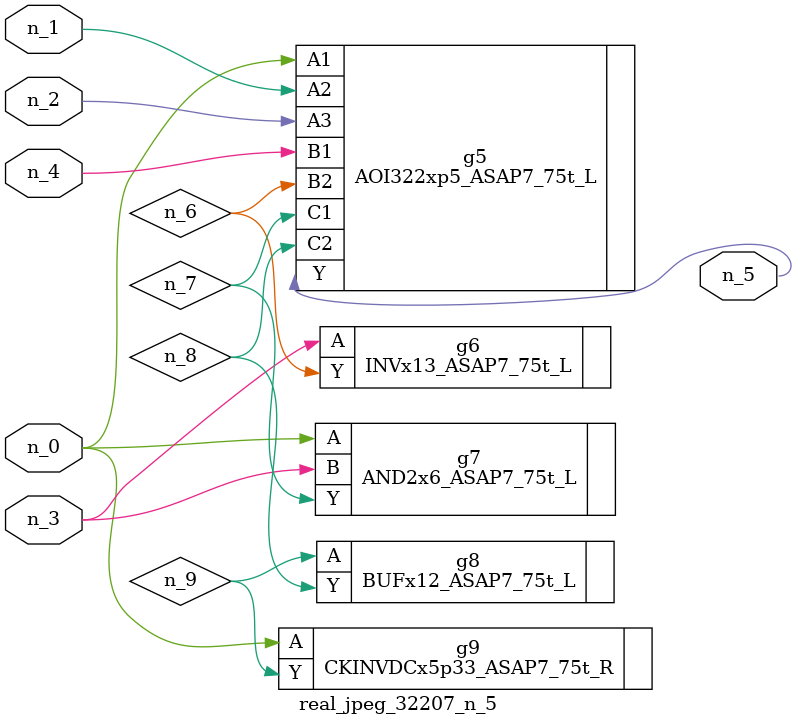
<source format=v>
module real_jpeg_32207_n_5 (n_4, n_0, n_1, n_2, n_3, n_5);

input n_4;
input n_0;
input n_1;
input n_2;
input n_3;

output n_5;

wire n_8;
wire n_6;
wire n_7;
wire n_9;

AOI322xp5_ASAP7_75t_L g5 ( 
.A1(n_0),
.A2(n_1),
.A3(n_2),
.B1(n_4),
.B2(n_6),
.C1(n_7),
.C2(n_8),
.Y(n_5)
);

AND2x6_ASAP7_75t_L g7 ( 
.A(n_0),
.B(n_3),
.Y(n_7)
);

CKINVDCx5p33_ASAP7_75t_R g9 ( 
.A(n_0),
.Y(n_9)
);

INVx13_ASAP7_75t_L g6 ( 
.A(n_3),
.Y(n_6)
);

BUFx12_ASAP7_75t_L g8 ( 
.A(n_9),
.Y(n_8)
);


endmodule
</source>
